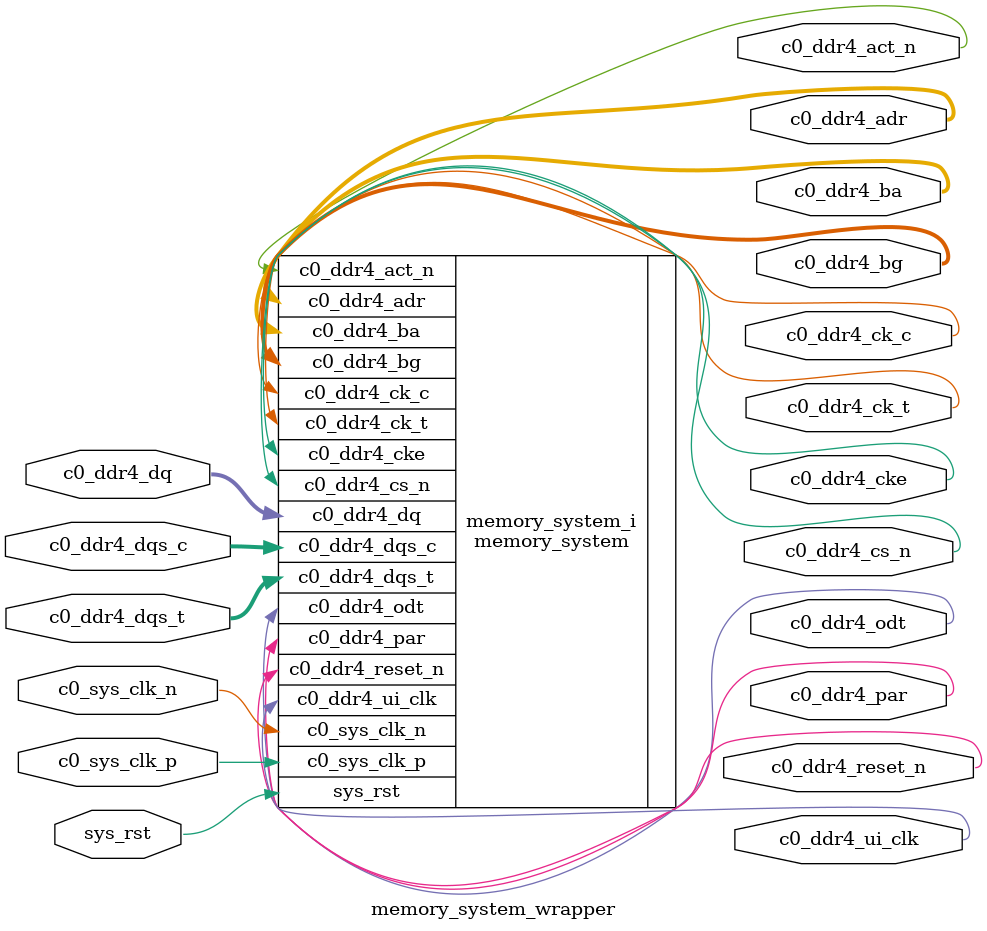
<source format=v>
`timescale 1 ps / 1 ps

module memory_system_wrapper
   (c0_ddr4_act_n,
    c0_ddr4_adr,
    c0_ddr4_ba,
    c0_ddr4_bg,
    c0_ddr4_ck_c,
    c0_ddr4_ck_t,
    c0_ddr4_cke,
    c0_ddr4_cs_n,
    c0_ddr4_dq,
    c0_ddr4_dqs_c,
    c0_ddr4_dqs_t,
    c0_ddr4_odt,
    c0_ddr4_par,
    c0_ddr4_reset_n,
    c0_ddr4_ui_clk,
    c0_sys_clk_n,
    c0_sys_clk_p,
    sys_rst);
  output c0_ddr4_act_n;
  output [16:0]c0_ddr4_adr;
  output [1:0]c0_ddr4_ba;
  output [1:0]c0_ddr4_bg;
  output c0_ddr4_ck_c;
  output c0_ddr4_ck_t;
  output c0_ddr4_cke;
  output c0_ddr4_cs_n;
  inout [71:0]c0_ddr4_dq;
  inout [17:0]c0_ddr4_dqs_c;
  inout [17:0]c0_ddr4_dqs_t;
  output c0_ddr4_odt;
  output c0_ddr4_par;
  output c0_ddr4_reset_n;
  output c0_ddr4_ui_clk;
  input c0_sys_clk_n;
  input c0_sys_clk_p;
  input sys_rst;

  wire c0_ddr4_act_n;
  wire [16:0]c0_ddr4_adr;
  wire [1:0]c0_ddr4_ba;
  wire [1:0]c0_ddr4_bg;
  wire c0_ddr4_ck_c;
  wire c0_ddr4_ck_t;
  wire c0_ddr4_cke;
  wire c0_ddr4_cs_n;
  wire [71:0]c0_ddr4_dq;
  wire [17:0]c0_ddr4_dqs_c;
  wire [17:0]c0_ddr4_dqs_t;
  wire c0_ddr4_odt;
  wire c0_ddr4_par;
  wire c0_ddr4_reset_n;
  wire c0_ddr4_ui_clk;
  wire c0_sys_clk_n;
  wire c0_sys_clk_p;
  wire sys_rst;

  memory_system memory_system_i
       (.c0_ddr4_act_n(c0_ddr4_act_n),
        .c0_ddr4_adr(c0_ddr4_adr),
        .c0_ddr4_ba(c0_ddr4_ba),
        .c0_ddr4_bg(c0_ddr4_bg),
        .c0_ddr4_ck_c(c0_ddr4_ck_c),
        .c0_ddr4_ck_t(c0_ddr4_ck_t),
        .c0_ddr4_cke(c0_ddr4_cke),
        .c0_ddr4_cs_n(c0_ddr4_cs_n),
        .c0_ddr4_dq(c0_ddr4_dq),
        .c0_ddr4_dqs_c(c0_ddr4_dqs_c),
        .c0_ddr4_dqs_t(c0_ddr4_dqs_t),
        .c0_ddr4_odt(c0_ddr4_odt),
        .c0_ddr4_par(c0_ddr4_par),
        .c0_ddr4_reset_n(c0_ddr4_reset_n),
        .c0_ddr4_ui_clk(c0_ddr4_ui_clk),
        .c0_sys_clk_n(c0_sys_clk_n),
        .c0_sys_clk_p(c0_sys_clk_p),
        .sys_rst(sys_rst));
endmodule

</source>
